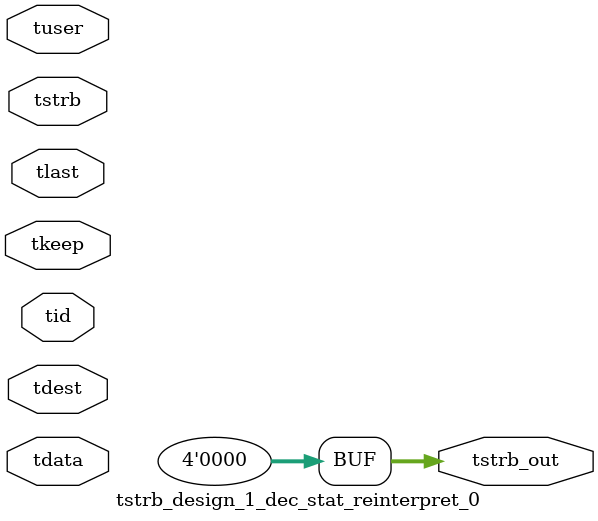
<source format=v>


`timescale 1ps/1ps

module tstrb_design_1_dec_stat_reinterpret_0 #
(
parameter C_S_AXIS_TDATA_WIDTH = 32,
parameter C_S_AXIS_TUSER_WIDTH = 0,
parameter C_S_AXIS_TID_WIDTH   = 0,
parameter C_S_AXIS_TDEST_WIDTH = 0,
parameter C_M_AXIS_TDATA_WIDTH = 32
)
(
input  [(C_S_AXIS_TDATA_WIDTH == 0 ? 1 : C_S_AXIS_TDATA_WIDTH)-1:0     ] tdata,
input  [(C_S_AXIS_TUSER_WIDTH == 0 ? 1 : C_S_AXIS_TUSER_WIDTH)-1:0     ] tuser,
input  [(C_S_AXIS_TID_WIDTH   == 0 ? 1 : C_S_AXIS_TID_WIDTH)-1:0       ] tid,
input  [(C_S_AXIS_TDEST_WIDTH == 0 ? 1 : C_S_AXIS_TDEST_WIDTH)-1:0     ] tdest,
input  [(C_S_AXIS_TDATA_WIDTH/8)-1:0 ] tkeep,
input  [(C_S_AXIS_TDATA_WIDTH/8)-1:0 ] tstrb,
input                                                                    tlast,
output [(C_M_AXIS_TDATA_WIDTH/8)-1:0 ] tstrb_out
);

assign tstrb_out = {1'b0};

endmodule


</source>
